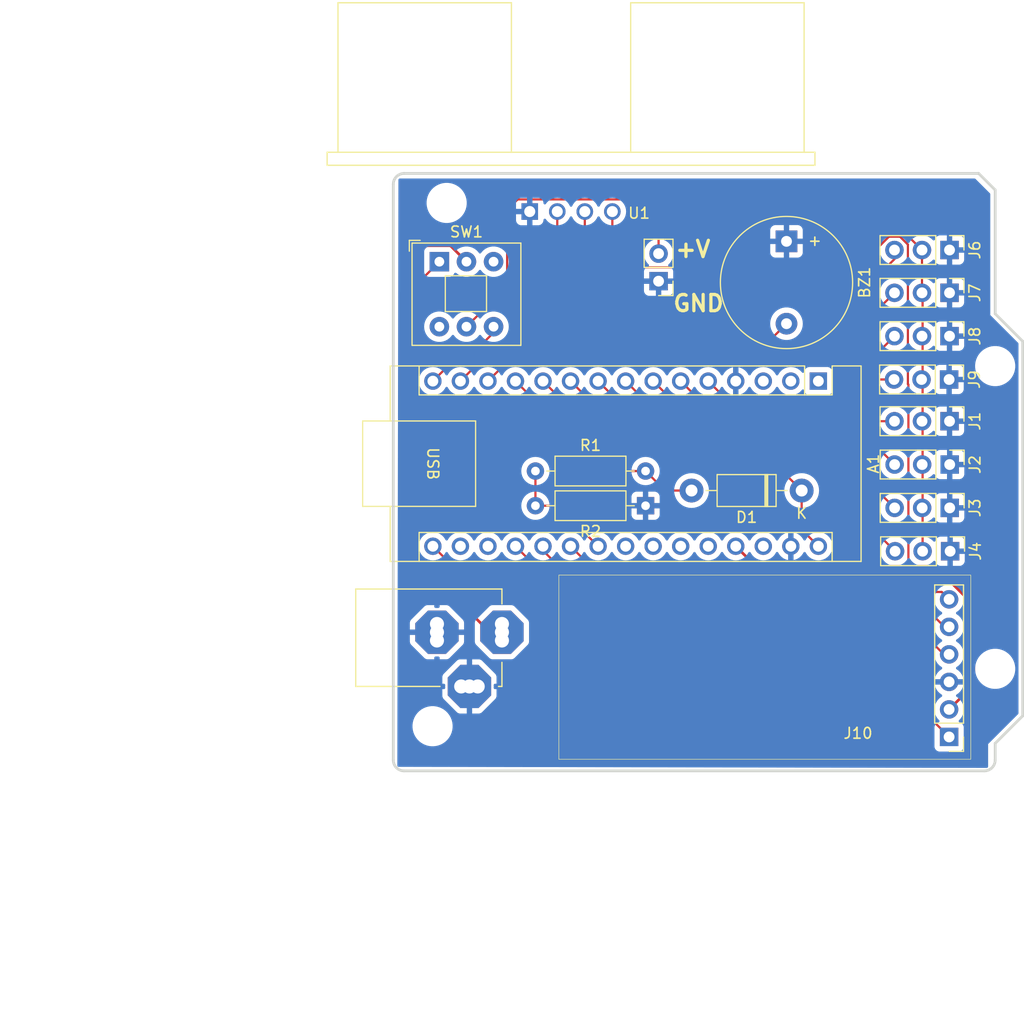
<source format=kicad_pcb>
(kicad_pcb (version 20240108) (generator "pcbnew") (generator_version "8.0")
  (layers (0 "F.Cu" signal) (31 "B.Cu" signal) (34 "B.Paste" user) (35 "F.Paste" user) (36 "B.SilkS" user "B.Silkscreen") (37 "F.SilkS" user "F.Silkscreen") (38 "B.Mask" user) (39 "F.Mask" user) (44 "Edge.Cuts" user))
  (net 0 "")
  (net 1 "Servo 3")
  (net 2 "RX-BT")
  (net 3 "Servo 5")
  (net 5 "+5V")
  (net 7 "TX-BT")
  (net 9 "KEY")
  (net 10 "STATE - BT")
  (net 17 "POWER PIN")
  (net 19 "GND")
  (net 20 "Net-(D1-A)")
  (net 22 "Net-(SW1-B-Pad2)")
  (net 24 "Servo 2")
  (net 25 "TRIG")
  (net 26 "ECHO")
  (net 27 "Servo 7")
  (net 28 "Net-(A1-D10)")
  (net 29 "Servo 8")
  (net 30 "Servo 4")
  (net 31 "Net-(A1-VIN)")
  (net 32 "Servo 6")
  (net 33 "Servo 1")
  (net 34 "+6V")
  (footprint "Connector_PinHeader_2.54mm:PinHeader_1x06_P2.54mm_Vertical" (layer "F.Cu") (at 176 130.34 180)
    (property "Reference" "J10" (at 8.4 0.34 0) (layer "F.SilkS"))
    (property "Value" "Bluetooth module")
    (fp_line (start 1.33 1.27) (end 1.33 14.03) (stroke (width 0.12)) (layer "F.SilkS"))
    (fp_line (start -1.33 14.03) (end 1.33 14.03) (stroke (width 0.12)) (layer "F.SilkS"))
    (fp_line (start -1.33 1.27) (end 1.33 1.27) (stroke (width 0.12)) (layer "F.SilkS"))
    (fp_line (start -1.33 1.27) (end -1.33 14.03) (stroke (width 0.12)) (layer "F.SilkS"))
    (fp_line (start -1.33 0) (end -1.33 -1.33) (stroke (width 0.12)) (layer "F.SilkS"))
    (fp_line (start -1.33 -1.33) (end 0 -1.33) (stroke (width 0.12)) (layer "F.SilkS"))
    (pad "1" thru_hole rect (at 0 0 180) (size 1.7 1.7) (drill 1) (layers "*.Cu" "*.Mask") (net 9 "KEY"))
    (pad "2" thru_hole oval (at 0 2.54 180) (size 1.7 1.7) (drill 1) (layers "*.Cu" "*.Mask") (net 5 "+5V"))
    (pad "3" thru_hole oval (at 0 5.08 180) (size 1.7 1.7) (drill 1) (layers "*.Cu" "*.Mask") (net 19 "GND"))
    (pad "4" thru_hole oval (at 0 7.62 180) (size 1.7 1.7) (drill 1) (layers "*.Cu" "*.Mask") (net 7 "TX-BT"))
    (pad "5" thru_hole oval (at 0 10.16 180) (size 1.7 1.7) (drill 1) (layers "*.Cu" "*.Mask") (net 2 "RX-BT"))
    (pad "6" thru_hole oval (at 0 12.7 180) (size 1.7 1.7) (drill 1) (layers "*.Cu" "*.Mask") (net 10 "STATE - BT"))
  )
  (footprint "Connector_PinHeader_2.54mm:PinHeader_1x03_P2.54mm_Vertical" (layer "F.Cu") (at 176.04 85.4 -90)
    (property "Reference" "J6" (at 0 -2.33 90) (layer "F.SilkS"))
    (property "Value" "Servo 8")
    (fp_line (start -1.33 6.41) (end 1.33 6.41) (stroke (width 0.12)) (layer "F.SilkS"))
    (fp_line (start -1.33 1.27) (end -1.33 6.41) (stroke (width 0.12)) (layer "F.SilkS"))
    (fp_line (start -1.33 1.27) (end 1.33 1.27) (stroke (width 0.12)) (layer "F.SilkS"))
    (fp_line (start 1.33 1.27) (end 1.33 6.41) (stroke (width 0.12)) (layer "F.SilkS"))
    (fp_line (start -1.33 0) (end -1.33 -1.33) (stroke (width 0.12)) (layer "F.SilkS"))
    (fp_line (start -1.33 -1.33) (end 0 -1.33) (stroke (width 0.12)) (layer "F.SilkS"))
    (pad "1" thru_hole rect (at 0 0 270) (size 1.7 1.7) (drill 1) (layers "*.Cu" "*.Mask") (net 19 "GND"))
    (pad "2" thru_hole oval (at 0 2.54 270) (size 1.7 1.7) (drill 1) (layers "*.Cu" "*.Mask") (net 34 "+6V"))
    (pad "3" thru_hole oval (at 0 5.08 270) (size 1.7 1.7) (drill 1) (layers "*.Cu" "*.Mask") (net 29 "Servo 8"))
  )
  (footprint "" (layer "F.Cu") (at 180.2511 124.0536)
    (property "Reference" "@HOLE1" (hide yes))
    (property "Value" "")
    (pad "" np_thru_hole circle (at 0 0) (size 3.2 3.2) (drill 3.2) (layers "*.Cu" "*.Mask"))
  )
  (footprint "Button_Switch_THT:SW_Push_2P2T_Toggle_CK_PVA2OAH5xxxxxxV2" (layer "F.Cu") (at 128.9775 86.4775)
    (property "Reference" "SW1" (at 2.5 -2.75 0) (layer "F.SilkS"))
    (property "Value" "SW_Push_DPDT" (hide yes))
    (fp_line (start -2.77 -0.97) (end -2.77 -1.97) (stroke (width 0.12)) (layer "F.SilkS"))
    (fp_line (start -2.52 7.72) (end -2.52 -1.72) (stroke (width 0.12)) (layer "F.SilkS"))
    (fp_line (start -1.77 -1.97) (end -2.77 -1.97) (stroke (width 0.12)) (layer "F.SilkS"))
    (fp_line (start 0.55 1.3) (end 0.55 4.6) (stroke (width 0.12)) (layer "F.SilkS"))
    (fp_line (start 4.35 1.3) (end 0.55 1.3) (stroke (width 0.12)) (layer "F.SilkS"))
    (fp_line (start 4.35 1.3) (end 4.35 4.6) (stroke (width 0.12)) (layer "F.SilkS"))
    (fp_line (start 4.35 4.6) (end 0.55 4.6) (stroke (width 0.12)) (layer "F.SilkS"))
    (fp_line (start 7.52 -1.72) (end -2.52 -1.72) (stroke (width 0.12)) (layer "F.SilkS"))
    (fp_line (start 7.52 7.72) (end -2.52 7.72) (stroke (width 0.12)) (layer "F.SilkS"))
    (fp_line (start 7.52 7.72) (end 7.52 -1.72) (stroke (width 0.12)) (layer "F.SilkS"))
    (pad "1" thru_hole rect (at 0 0) (size 1.8 1.8) (drill 0.9) (layers "*.Cu" "*.Mask") (net 20 "Net-(D1-A)"))
    (pad "2" thru_hole circle (at 2.5 0) (size 1.8 1.8) (drill 0.9) (layers "*.Cu" "*.Mask") (net 22 "Net-(SW1-B-Pad2)"))
    (pad "3" thru_hole circle (at 5 0) (size 1.8 1.8) (drill 0.9) (layers "*.Cu" "*.Mask"))
    (pad "4" thru_hole circle (at 0 6) (size 1.8 1.8) (drill 0.9) (layers "*.Cu" "*.Mask"))
    (pad "5" thru_hole circle (at 2.5 6) (size 1.8 1.8) (drill 0.9) (layers "*.Cu" "*.Mask") (net 34 "+6V"))
    (pad "6" thru_hole circle (at 5 6) (size 1.8 1.8) (drill 0.9) (layers "*.Cu" "*.Mask") (net 31 "Net-(A1-VIN)"))
  )
  (footprint "Connector_PinHeader_2.54mm:PinHeader_1x03_P2.54mm_Vertical" (layer "F.Cu") (at 176 97.35 -90)
    (property "Reference" "J9" (at 0 -2.33 90) (layer "F.SilkS"))
    (property "Value" "Servo 5")
    (fp_line (start -1.33 6.41) (end 1.33 6.41) (stroke (width 0.12)) (layer "F.SilkS"))
    (fp_line (start -1.33 1.27) (end -1.33 6.41) (stroke (width 0.12)) (layer "F.SilkS"))
    (fp_line (start -1.33 1.27) (end 1.33 1.27) (stroke (width 0.12)) (layer "F.SilkS"))
    (fp_line (start 1.33 1.27) (end 1.33 6.41) (stroke (width 0.12)) (layer "F.SilkS"))
    (fp_line (start -1.33 0) (end -1.33 -1.33) (stroke (width 0.12)) (layer "F.SilkS"))
    (fp_line (start -1.33 -1.33) (end 0 -1.33) (stroke (width 0.12)) (layer "F.SilkS"))
    (pad "1" thru_hole rect (at 0 0 270) (size 1.7 1.7) (drill 1) (layers "*.Cu" "*.Mask") (net 19 "GND"))
    (pad "2" thru_hole oval (at 0 2.54 270) (size 1.7 1.7) (drill 1) (layers "*.Cu" "*.Mask") (net 34 "+6V"))
    (pad "3" thru_hole oval (at 0 5.08 270) (size 1.7 1.7) (drill 1) (layers "*.Cu" "*.Mask") (net 3 "Servo 5"))
  )
  (footprint "" (layer "F.Cu") (at 129.651 81.054)
    (property "Reference" "@HOLE2" (hide yes))
    (property "Value" "")
    (pad "" np_thru_hole circle (at 0 0) (size 3.2 3.2) (drill 3.2) (layers "*.Cu" "*.Mask"))
  )
  (footprint "Buzzer_Beeper:Buzzer_12x9.5RM7.6" (layer "F.Cu") (at 161 84.6 -90)
    (property "Reference" "BZ1" (at 3.8 -7.2 90) (layer "F.SilkS"))
    (property "Value" "Buzzer")
    (fp_circle (center 3.8 0) (end 9.9 0) (stroke (width 0.12)) (fill none) (layer "F.SilkS"))
    (fp_text user "+" (at -0.01 -2.54 90) (layer "F.SilkS"))
    (pad "1" thru_hole rect (at 0 0 270) (size 2 2) (drill 1) (layers "*.Cu" "*.Mask") (net 19 "GND"))
    (pad "2" thru_hole circle (at 7.6 0 270) (size 2 2) (drill 1) (layers "*.Cu" "*.Mask") (net 28 "Net-(A1-D10)"))
  )
  (footprint "Connector_PinHeader_2.54mm:PinHeader_1x03_P2.54mm_Vertical" (layer "F.Cu") (at 176.04 89.35 -90)
    (property "Reference" "J7" (at 0 -2.33 90) (layer "F.SilkS"))
    (property "Value" "Servo 7")
    (fp_line (start -1.33 6.41) (end 1.33 6.41) (stroke (width 0.12)) (layer "F.SilkS"))
    (fp_line (start -1.33 1.27) (end -1.33 6.41) (stroke (width 0.12)) (layer "F.SilkS"))
    (fp_line (start -1.33 1.27) (end 1.33 1.27) (stroke (width 0.12)) (layer "F.SilkS"))
    (fp_line (start 1.33 1.27) (end 1.33 6.41) (stroke (width 0.12)) (layer "F.SilkS"))
    (fp_line (start -1.33 0) (end -1.33 -1.33) (stroke (width 0.12)) (layer "F.SilkS"))
    (fp_line (start -1.33 -1.33) (end 0 -1.33) (stroke (width 0.12)) (layer "F.SilkS"))
    (pad "1" thru_hole rect (at 0 0 270) (size 1.7 1.7) (drill 1) (layers "*.Cu" "*.Mask") (net 19 "GND"))
    (pad "2" thru_hole oval (at 0 2.54 270) (size 1.7 1.7) (drill 1) (layers "*.Cu" "*.Mask") (net 34 "+6V"))
    (pad "3" thru_hole oval (at 0 5.08 270) (size 1.7 1.7) (drill 1) (layers "*.Cu" "*.Mask") (net 27 "Servo 7"))
  )
  (footprint "Connector_PinHeader_2.54mm:PinHeader_1x02_P2.54mm_Vertical" (layer "F.Cu") (at 149.2 88.275 180)
    (property "Reference" "J5" (hide yes))
    (property "Value" "Battery pins" (hide yes))
    (fp_line (start 1.33 1.27) (end 1.33 3.87) (stroke (width 0.12)) (layer "F.SilkS"))
    (fp_line (start -1.33 3.87) (end 1.33 3.87) (stroke (width 0.12)) (layer "F.SilkS"))
    (fp_line (start -1.33 1.27) (end 1.33 1.27) (stroke (width 0.12)) (layer "F.SilkS"))
    (fp_line (start -1.33 1.27) (end -1.33 3.87) (stroke (width 0.12)) (layer "F.SilkS"))
    (fp_line (start -1.33 0) (end -1.33 -1.33) (stroke (width 0.12)) (layer "F.SilkS"))
    (fp_line (start -1.33 -1.33) (end 0 -1.33) (stroke (width 0.12)) (layer "F.SilkS"))
    (pad "1" thru_hole rect (at 0 0 180) (size 1.7 1.7) (drill 1) (layers "*.Cu" "*.Mask") (net 19 "GND"))
    (pad "2" thru_hole oval (at 0 2.54 180) (size 1.7 1.7) (drill 1) (layers "*.Cu" "*.Mask") (net 34 "+6V"))
  )
  (footprint "" (layer "F.Cu") (at 128.35 129.35)
    (property "Reference" "@HOLE3" (hide yes))
    (property "Value" "")
    (pad "" np_thru_hole circle (at 0 0) (size 3.2 3.2) (drill 3.2) (layers "*.Cu" "*.Mask"))
  )
  (footprint "Connector_PinHeader_2.54mm:PinHeader_1x03_P2.54mm_Vertical" (layer "F.Cu") (at 176.055 105.2 -90)
    (property "Reference" "J2" (at 0 -2.33 90) (layer "F.SilkS"))
    (property "Value" "Servo 2")
    (fp_line (start -1.33 6.41) (end 1.33 6.41) (stroke (width 0.12)) (layer "F.SilkS"))
    (fp_line (start -1.33 1.27) (end -1.33 6.41) (stroke (width 0.12)) (layer "F.SilkS"))
    (fp_line (start -1.33 1.27) (end 1.33 1.27) (stroke (width 0.12)) (layer "F.SilkS"))
    (fp_line (start 1.33 1.27) (end 1.33 6.41) (stroke (width 0.12)) (layer "F.SilkS"))
    (fp_line (start -1.33 0) (end -1.33 -1.33) (stroke (width 0.12)) (layer "F.SilkS"))
    (fp_line (start -1.33 -1.33) (end 0 -1.33) (stroke (width 0.12)) (layer "F.SilkS"))
    (pad "1" thru_hole rect (at 0 0 270) (size 1.7 1.7) (drill 1) (layers "*.Cu" "*.Mask") (net 19 "GND"))
    (pad "2" thru_hole oval (at 0 2.54 270) (size 1.7 1.7) (drill 1) (layers "*.Cu" "*.Mask") (net 34 "+6V"))
    (pad "3" thru_hole oval (at 0 5.08 270) (size 1.7 1.7) (drill 1) (layers "*.Cu" "*.Mask") (net 24 "Servo 2"))
  )
  (footprint "HC-SR04:XCVR_HC-SR04" (layer "F.Cu") (at 141.125 81.85 180)
    (property "Reference" "U1" (at -6.275 -0.15 0) (layer "F.SilkS") (effects (font (size 1.00052 1.00052))))
    (property "Value" "HC-SR04")
    (fp_line (start 22.5 5.47) (end 21.5 5.47) (stroke (width 0.127)) (layer "F.SilkS"))
    (fp_line (start 22.5 4.27) (end 22.5 5.47) (stroke (width 0.127)) (layer "F.SilkS"))
    (fp_line (start 21.5 5.47) (end 21.5 19.27) (stroke (width 0.127)) (layer "F.SilkS"))
    (fp_line (start 21.5 5.47) (end 5.5 5.47) (stroke (width 0.127)) (layer "F.SilkS"))
    (fp_line (start 5.5 19.27) (end 21.5 19.27) (stroke (width 0.127)) (layer "F.SilkS"))
    (fp_line (start 5.5 5.47) (end 5.5 19.27) (stroke (width 0.127)) (layer "F.SilkS"))
    (fp_line (start 5.5 5.47) (end -5.5 5.47) (stroke (width 0.127)) (layer "F.SilkS"))
    (fp_line (start -5.5 5.47) (end -5.5 19.27) (stroke (width 0.127)) (layer "F.SilkS"))
    (fp_line (start -5.5 5.47) (end -21.5 5.47) (stroke (width 0.127)) (layer "F.SilkS"))
    (fp_line (start -21.5 19.27) (end -5.5 19.27) (stroke (width 0.127)) (layer "F.SilkS"))
    (fp_line (start -21.5 5.47) (end -21.5 19.27) (stroke (width 0.127)) (layer "F.SilkS"))
    (fp_line (start -21.5 5.47) (end -22.5 5.47) (stroke (width 0.127)) (layer "F.SilkS"))
    (fp_line (start -22.5 5.47) (end -22.5 4.27) (stroke (width 0.127)) (layer "F.SilkS"))
    (fp_line (start -22.5 4.27) (end 22.5 4.27) (stroke (width 0.127)) (layer "F.SilkS"))
    (pad "1" thru_hole circle (at -3.81 0 180) (size 1.53 1.53) (drill 1.02) (layers "*.Cu" "*.Mask") (net 5 "+5V"))
    (pad "2" thru_hole circle (at -1.27 0 180) (size 1.53 1.53) (drill 1.02) (layers "*.Cu" "*.Mask") (net 25 "TRIG"))
    (pad "3" thru_hole circle (at 1.27 0 180) (size 1.53 1.53) (drill 1.02) (layers "*.Cu" "*.Mask") (net 26 "ECHO"))
    (pad "4" thru_hole rect (at 3.81 0 180) (size 1.53 1.53) (drill 1.02) (layers "*.Cu" "*.Mask") (net 19 "GND"))
  )
  (footprint "arduino_Uno_Rev3-02-TH:DISCLAIMER" (layer "F.Cu") (at 94.0181 155.0416)
    (property "Reference" "U$1" (hide yes))
    (property "Value" "DISCLAIMER" (hide yes))
  )
  (footprint "" (layer "F.Cu") (at 180.2511 96.1136)
    (property "Reference" "@HOLE0" (hide yes))
    (property "Value" "")
    (pad "" np_thru_hole circle (at 0 0) (size 3.2 3.2) (drill 3.2) (layers "*.Cu" "*.Mask"))
  )
  (footprint "Connector_PinHeader_2.54mm:PinHeader_1x03_P2.54mm_Vertical" (layer "F.Cu") (at 176.095 113.2 -90)
    (property "Reference" "J4" (at 0 -2.33 90) (layer "F.SilkS"))
    (property "Value" "Servo 4")
    (fp_line (start -1.33 6.41) (end 1.33 6.41) (stroke (width 0.12)) (layer "F.SilkS"))
    (fp_line (start -1.33 1.27) (end -1.33 6.41) (stroke (width 0.12)) (layer "F.SilkS"))
    (fp_line (start -1.33 1.27) (end 1.33 1.27) (stroke (width 0.12)) (layer "F.SilkS"))
    (fp_line (start 1.33 1.27) (end 1.33 6.41) (stroke (width 0.12)) (layer "F.SilkS"))
    (fp_line (start -1.33 0) (end -1.33 -1.33) (stroke (width 0.12)) (layer "F.SilkS"))
    (fp_line (start -1.33 -1.33) (end 0 -1.33) (stroke (width 0.12)) (layer "F.SilkS"))
    (pad "1" thru_hole rect (at 0 0 270) (size 1.7 1.7) (drill 1) (layers "*.Cu" "*.Mask") (net 19 "GND"))
    (pad "2" thru_hole oval (at 0 2.54 270) (size 1.7 1.7) (drill 1) (layers "*.Cu" "*.Mask") (net 34 "+6V"))
    (pad "3" thru_hole oval (at 0 5.08 270) (size 1.7 1.7) (drill 1) (layers "*.Cu" "*.Mask") (net 30 "Servo 4"))
  )
  (footprint "arduino_Uno_Rev3-02-TH:POWERSUPPLY_DC-21MM" (layer "F.Cu") (at 128.4 120.6 90)
    (property "Reference" "X1" (hide yes))
    (property "Value" "POWERSUPPLY_DC21MMX")
    (fp_line (start 3.9116 -7.1374) (end -5.08 -7.1374) (stroke (width 0.127)) (layer "F.SilkS"))
    (fp_line (start -5.08 -7.1374) (end -5.08 0.635) (stroke (width 0.127)) (layer "F.SilkS"))
    (fp_line (start 3.9116 -3.6576) (end 3.9116 -7.1374) (stroke (width 0.127)) (layer "F.SilkS"))
    (fp_line (start -5.0546 -3.6576) (end 3.9116 -3.6576) (stroke (width 0.127)) (layer "F.SilkS"))
    (fp_line (start 3.9116 6.35) (end 3.9116 -3.6576) (stroke (width 0.127)) (layer "F.SilkS"))
    (fp_line (start 2.54 6.35) (end 3.9116 6.35) (stroke (width 0.127)) (layer "F.SilkS"))
    (fp_line (start -2.8575 6.35) (end -5.08 6.35) (stroke (width 0.127)) (layer "F.SilkS"))
    (fp_line (start -5.08 6.35) (end -5.08 6.0325) (stroke (width 0.127)) (layer "F.SilkS"))
    (pad "1" thru_hole roundrect (at -5.08 3.3528 180) (size 4 4) (drill 1.3) (layers "*.Cu" "*.Mask") (chamfer_ratio 0.2928932188) (chamfer top_left top_right bottom_left bottom_right) (net 19 "GND"))
    (pad "2" thru_hole roundrect (at -0.0762 6.35 90) (size 4 4) (drill 1.3) (layers "*.Cu" "*.Mask") (chamfer_ratio 0.2928932188) (chamfer top_left top_right bottom_left bottom_right) (net 22 "Net-(SW1-B-Pad2)"))
    (pad "3" thru_hole roundrect (at -0.0762 0.3556 90) (size 4 4) (drill 1.3) (layers "*.Cu" "*.Mask") (chamfer_ratio 0.2928932188) (chamfer top_left top_right bottom_left bottom_right) (net 19 "GND"))
    (pad "4" thru_hole circle (at -5.08 4.1148 90) (size 1.95 1.95) (drill 1.3) (layers "*.Cu" "*.Mask"))
    (pad "5" thru_hole circle (at -5.08 2.5908 90) (size 1.95 1.95) (drill 1.3) (layers "*.Cu" "*.Mask"))
    (pad "6" thru_hole circle (at -0.8382 0.3556 90) (size 1.95 1.95) (drill 1.3) (layers "*.Cu" "*.Mask"))
    (pad "7" thru_hole circle (at 0.6858 0.3556 90) (size 1.95 1.95) (drill 1.3) (layers "*.Cu" "*.Mask"))
    (pad "8" thru_hole circle (at -0.8382 6.35 90) (size 1.95 1.95) (drill 1.3) (layers "*.Cu" "*.Mask"))
    (pad "9" thru_hole circle (at 0.6858 6.35 90) (size 1.95 1.95) (drill 1.3) (layers "*.Cu" "*.Mask"))
  )
  (footprint "Connector_PinHeader_2.54mm:PinHeader_1x03_P2.54mm_Vertical" (layer "F.Cu") (at 176.04 93.35 -90)
    (property "Reference" "J8" (at 0 -2.33 90) (layer "F.SilkS"))
    (property "Value" "Servo 6")
    (fp_line (start -1.33 6.41) (end 1.33 6.41) (stroke (width 0.12)) (layer "F.SilkS"))
    (fp_line (start -1.33 1.27) (end -1.33 6.41) (stroke (width 0.12)) (layer "F.SilkS"))
    (fp_line (start -1.33 1.27) (end 1.33 1.27) (stroke (width 0.12)) (layer "F.SilkS"))
    (fp_line (start 1.33 1.27) (end 1.33 6.41) (stroke (width 0.12)) (layer "F.SilkS"))
    (fp_line (start -1.33 0) (end -1.33 -1.33) (stroke (width 0.12)) (layer "F.SilkS"))
    (fp_line (start -1.33 -1.33) (end 0 -1.33) (stroke (width 0.12)) (layer "F.SilkS"))
    (pad "1" thru_hole rect (at 0 0 270) (size 1.7 1.7) (drill 1) (layers "*.Cu" "*.Mask") (net 19 "GND"))
    (pad "2" thru_hole oval (at 0 2.54 270) (size 1.7 1.7) (drill 1) (layers "*.Cu" "*.Mask") (net 34 "+6V"))
    (pad "3" thru_hole oval (at 0 5.08 270) (size 1.7 1.7) (drill 1) (layers "*.Cu" "*.Mask") (net 32 "Servo 6"))
  )
  (footprint "Diode_THT:D_DO-41_SOD81_P10.16mm_Horizontal" (layer "F.Cu") (at 162.4 107.6 180)
    (property "Reference" "D1" (at 5.08 -2.47 0) (layer "F.SilkS"))
    (property "Value" "1N4007")
    (fp_line (start 8.82 0) (end 7.8 0) (stroke (width 0.12)) (layer "F.SilkS"))
    (fp_line (start 7.8 1.47) (end 7.8 -1.47) (stroke (width 0.12)) (layer "F.SilkS"))
    (fp_line (start 7.8 -1.47) (end 2.36 -1.47) (stroke (width 0.12)) (layer "F.SilkS"))
    (fp_line (start 3.38 -1.47) (end 3.38 1.47) (stroke (width 0.12)) (layer "F.SilkS"))
    (fp_line (start 3.26 -1.47) (end 3.26 1.47) (stroke (width 0.12)) (layer "F.SilkS"))
    (fp_line (start 3.14 -1.47) (end 3.14 1.47) (stroke (width 0.12)) (layer "F.SilkS"))
    (fp_line (start 2.36 1.47) (end 7.8 1.47) (stroke (width 0.12)) (layer "F.SilkS"))
    (fp_line (start 2.36 -1.47) (end 2.36 1.47) (stroke (width 0.12)) (layer "F.SilkS"))
    (fp_line (start 1.34 0) (end 2.36 0) (stroke (width 0.12)) (layer "F.SilkS"))
    (fp_text user "K" (at 0 -2.1 0) (layer "F.SilkS"))
    (pad "1" thru_hole circle (at 0 0 180) (size 2.2 2.2) (drill 1.1) (layers "*.Cu" "*.Mask") (net 31 "Net-(A1-VIN)"))
    (pad "2" thru_hole oval (at 10.16 0 180) (size 2.2 2.2) (drill 1.1) (layers "*.Cu" "*.Mask") (net 20 "Net-(D1-A)"))
  )
  (footprint "Resistor_THT:R_Axial_DIN0207_L6.3mm_D2.5mm_P10.16mm_Horizontal" (layer "F.Cu") (at 137.84 105.8)
    (property "Reference" "R1" (at 5.08 -2.37 0) (layer "F.SilkS"))
    (property "Value" "15K")
    (fp_line (start 1.04 0) (end 1.81 0) (stroke (width 0.12)) (layer "F.SilkS"))
    (fp_line (start 1.81 -1.37) (end 1.81 1.37) (stroke (width 0.12)) (layer "F.SilkS"))
    (fp_line (start 1.81 1.37) (end 8.35 1.37) (stroke (width 0.12)) (layer "F.SilkS"))
    (fp_line (start 8.35 -1.37) (end 1.81 -1.37) (stroke (width 0.12)) (layer "F.SilkS"))
    (fp_line (start 8.35 1.37) (end 8.35 -1.37) (stroke (width 0.12)) (layer "F.SilkS"))
    (fp_line (start 9.12 0) (end 8.35 0) (stroke (width 0.12)) (layer "F.SilkS"))
    (pad "1" thru_hole circle (at 0 0) (size 1.6 1.6) (drill 0.8) (layers "*.Cu" "*.Mask") (net 17 "POWER PIN"))
    (pad "2" thru_hole oval (at 10.16 0) (size 1.6 1.6) (drill 0.8) (layers "*.Cu" "*.Mask") (net 20 "Net-(D1-A)"))
  )
  (footprint "Resistor_THT:R_Axial_DIN0207_L6.3mm_D2.5mm_P10.16mm_Horizontal" (layer "F.Cu") (at 148 109 180)
    (property "Reference" "R2" (at 5.08 -2.37 0) (layer "F.SilkS"))
    (property "Value" "10k")
    (fp_line (start 9.12 0) (end 8.35 0) (stroke (width 0.12)) (layer "F.SilkS"))
    (fp_line (start 8.35 1.37) (end 8.35 -1.37) (stroke (width 0.12)) (layer "F.SilkS"))
    (fp_line (start 8.35 -1.37) (end 1.81 -1.37) (stroke (width 0.12)) (layer "F.SilkS"))
    (fp_line (start 1.81 1.37) (end 8.35 1.37) (stroke (width 0.12)) (layer "F.SilkS"))
    (fp_line (start 1.81 -1.37) (end 1.81 1.37) (stroke (width 0.12)) (layer "F.SilkS"))
    (fp_line (start 1.04 0) (end 1.81 0) (stroke (width 0.12)) (layer "F.SilkS"))
    (pad "1" thru_hole rect (at 0 0 180) (size 1.6 1.6) (drill 0.8) (layers "*.Cu" "*.Mask") (net 19 "GND"))
    (pad "2" thru_hole oval (at 10.16 0 180) (size 1.6 1.6) (drill 0.8) (layers "*.Cu" "*.Mask") (net 17 "POWER PIN"))
  )
  (footprint "Connector_PinHeader_2.54mm:PinHeader_1x03_P2.54mm_Vertical" (layer "F.Cu") (at 176.04 101.2 -90)
    (property "Reference" "J1" (at 0 -2.33 90) (layer "F.SilkS"))
    (property "Value" "Servo 1")
    (fp_line (start -1.33 6.41) (end 1.33 6.41) (stroke (width 0.12)) (layer "F.SilkS"))
    (fp_line (start -1.33 1.27) (end -1.33 6.41) (stroke (width 0.12)) (layer "F.SilkS"))
    (fp_line (start -1.33 1.27) (end 1.33 1.27) (stroke (width 0.12)) (layer "F.SilkS"))
    (fp_line (start 1.33 1.27) (end 1.33 6.41) (stroke (width 0.12)) (layer "F.SilkS"))
    (fp_line (start -1.33 0) (end -1.33 -1.33) (stroke (width 0.12)) (layer "F.SilkS"))
    (fp_line (start -1.33 -1.33) (end 0 -1.33) (stroke (width 0.12)) (layer "F.SilkS"))
    (pad "1" thru_hole rect (at 0 0 270) (size 1.7 1.7) (drill 1) (layers "*.Cu" "*.Mask") (net 19 "GND"))
    (pad "2" thru_hole oval (at 0 2.54 270) (size 1.7 1.7) (drill 1) (layers "*.Cu" "*.Mask") (net 34 "+6V"))
    (pad "3" thru_hole oval (at 0 5.08 270) (size 1.7 1.7) (drill 1) (layers "*.Cu" "*.Mask") (net 33 "Servo 1"))
  )
  (footprint "Module:Arduino_Nano" (layer "F.Cu") (at 163.94 97.5 -90)
    (property "Reference" "A1" (at 7.62 -5.08 90) (layer "F.SilkS"))
    (property "Value" "Arduino_Nano_v3.x")
    (fp_line (start 3.68 42.04) (end 3.68 31.62) (stroke (width 0.12)) (layer "F.SilkS"))
    (fp_line (start 11.56 42.04) (end 3.68 42.04) (stroke (width 0.12)) (layer "F.SilkS"))
    (fp_line (start -1.4 39.5) (end 3.68 39.5) (stroke (width 0.12)) (layer "F.SilkS"))
    (fp_line (start 16.64 39.5) (end 11.56 39.5) (stroke (width 0.12)) (layer "F.SilkS"))
    (fp_line (start 16.64 39.5) (end 16.64 -3.94) (stroke (width 0.12)) (layer "F.SilkS"))
    (fp_line (start 1.27 36.83) (end -1.4 36.83) (stroke (width 0.12)) (layer "F.SilkS"))
    (fp_line (start 13.97 36.83) (end 16.64 36.83) (stroke (width 0.12)) (layer "F.SilkS"))
    (fp_line (start 3.68 31.62) (end 11.56 31.62) (stroke (width 0.12)) (layer "F.SilkS"))
    (fp_line (start 11.56 31.62) (end 11.56 42.04) (stroke (width 0.12)) (layer "F.SilkS"))
    (fp_line (start -1.4 1.27) (end -1.4 39.5) (stroke (width 0.12)) (layer "F.SilkS"))
    (fp_line (start 1.27 1.27) (end 1.27 36.83) (stroke (width 0.12)) (layer "F.SilkS"))
    (fp_line (start 1.27 1.27) (end -1.4 1.27) (stroke (width 0.12)) (layer "F.SilkS"))
    (fp_line (start 1.27 1.27) (end 1.27 -1.27) (stroke (width 0.12)) (layer "F.SilkS"))
    (fp_line (start 1.27 -1.27) (end -1.4 -1.27) (stroke (width 0.12)) (layer "F.SilkS"))
    (fp_line (start 13.97 -1.27) (end 13.97 36.83) (stroke (width 0.12)) (layer "F.SilkS"))
    (fp_line (start 13.97 -1.27) (end 16.64 -1.27) (stroke (width 0.12)) (layer "F.SilkS"))
    (fp_line (start -1.4 -3.94) (end -1.4 -1.27) (stroke (width 0.12)) (layer "F.SilkS"))
    (fp_line (start 16.64 -3.94) (end -1.4 -3.94) (stroke (width 0.12)) (layer "F.SilkS"))
    (fp_text user "USB" (at 7.62 35.56 -90) (layer "F.SilkS"))
    (pad "1" thru_hole rect (at 0 0 270) (size 1.6 1.6) (drill 1) (layers "*.Cu" "*.Mask"))
    (pad "2" thru_hole oval (at 0 2.54 270) (size 1.6 1.6) (drill 1) (layers "*.Cu" "*.Mask"))
    (pad "3" thru_hole oval (at 0 5.08 270) (size 1.6 1.6) (drill 1) (layers "*.Cu" "*.Mask"))
    (pad "4" thru_hole oval (at 0 7.62 270) (size 1.6 1.6) (drill 1) (layers "*.Cu" "*.Mask") (net 19 "GND"))
    (pad "5" thru_hole oval (at 0 10.16 270) (size 1.6 1.6) (drill 1) (layers "*.Cu" "*.Mask") (net 29 "Servo 8"))
    (pad "6" thru_hole oval (at 0 12.7 270) (size 1.6 1.6) (drill 1) (layers "*.Cu" "*.Mask") (net 27 "Servo 7"))
    (pad "7" thru_hole oval (at 0 15.24 270) (size 1.6 1.6) (drill 1) (layers "*.Cu" "*.Mask") (net 32 "Servo 6"))
    (pad "8" thru_hole oval (at 0 17.78 270) (size 1.6 1.6) (drill 1) (layers "*.Cu" "*.Mask") (net 3 "Servo 5"))
    (pad "9" thru_hole oval (at 0 20.32 270) (size 1.6 1.6) (drill 1) (layers "*.Cu" "*.Mask") (net 33 "Servo 1"))
    (pad "10" thru_hole oval (at 0 22.86 270) (size 1.6 1.6) (drill 1) (layers "*.Cu" "*.Mask") (net 24 "Servo 2"))
    (pad "11" thru_hole oval (at 0 25.4 270) (size 1.6 1.6) (drill 1) (layers "*.Cu" "*.Mask") (net 1 "Servo 3"))
    (pad "12" thru_hole oval (at 0 27.94 270) (size 1.6 1.6) (drill 1) (layers "*.Cu" "*.Mask") (net 30 "Servo 4"))
    (pad "13" thru_hole oval (at 0 30.48 270) (size 1.6 1.6) (drill 1) (layers "*.Cu" "*.Mask") (net 28 "Net-(A1-D10)"))
    (pad "14" thru_hole oval (at 0 33.02 270) (size 1.6 1.6) (drill 1) (layers "*.Cu" "*.Mask") (net 25 "TRIG"))
    (pad "15" thru_hole oval (at 0 35.56 270) (size 1.6 1.6) (drill 1) (layers "*.Cu" "*.Mask") (net 26 "ECHO"))
    (pad "16" thru_hole oval (at 15.24 35.56 270) (size 1.6 1.6) (drill 1) (layers "*.Cu" "*.Mask") (net 9 "KEY"))
    (pad "17" thru_hole oval (at 15.24 33.02 270) (size 1.6 1.6) (drill 1) (layers "*.Cu" "*.Mask"))
    (pad "18" thru_hole oval (at 15.24 30.48 270) (size 1.6 1.6) (drill 1) (layers "*.Cu" "*.Mask"))
    (pad "19" thru_hole oval (at 15.24 27.94 270) (size 1.6 1.6) (drill 1) (layers "*.Cu" "*.Mask") (net 7 "TX-BT"))
    (pad "20" thru_hole oval (at 15.24 25.4 270) (size 1.6 1.6) (drill 1) (layers "*.Cu" "*.Mask") (net 2 "RX-BT"))
    (pad "21" thru_hole oval (at 15.24 22.86 270) (size 1.6 1.6) (drill 1) (layers "*.Cu" "*.Mask") (net 10 "STATE - BT"))
    (pad "22" thru_hole oval (at 15.24 20.32 270) (size 1.6 1.6) (drill 1) (layers "*.Cu" "*.Mask") (net 17 "POWER PIN"))
    (pad "23" thru_hole oval (at 15.24 17.78 270) (size 1.6 1.6) (drill 1) (layers "*.Cu" "*.Mask"))
    (pad "24" thru_hole oval (at 15.24 15.24 270) (size 1.6 1.6) (drill 1) (layers "*.Cu" "*.Mask"))
    (pad "25" thru_hole oval (at 15.24 12.7 270) (size 1.6 1.6) (drill 1) (layers "*.Cu" "*.Mask"))
    (pad "26" thru_hole oval (at 15.24 10.16 270) (size 1.6 1.6) (drill 1) (layers "*.Cu" "*.Mask"))
    (pad "27" thru_hole oval (at 15.24 7.62 270) (size 1.6 1.6) (drill 1) (layers "*.Cu" "*.Mask") (net 5 "+5V"))
    (pad "28" thru_hole oval (at 15.24 5.08 270) (size 1.6 1.6) (drill 1) (layers "*.Cu" "*.Mask"))
    (pad "29" thru_hole oval (at 15.24 2.54 270) (size 1.6 1.6) (drill 1) (layers "*.Cu" "*.Mask") (net 19 "GND"))
    (pad "30" thru_hole oval (at 15.24 0 270) (size 1.6 1.6) (drill 1) (layers "*.Cu" "*.Mask") (net 31 "Net-(A1-VIN)"))
  )
  (footprint "Connector_PinHeader_2.54mm:PinHeader_1x03_P2.54mm_Vertical" (layer "F.Cu") (at 176.055 109.2 -90)
    (property "Reference" "J3" (at 0 -2.33 90) (layer "F.SilkS"))
    (property "Value" "Servo 3")
    (fp_line (start -1.33 6.41) (end 1.33 6.41) (stroke (width 0.12)) (layer "F.SilkS"))
    (fp_line (start -1.33 1.27) (end -1.33 6.41) (stroke (width 0.12)) (layer "F.SilkS"))
    (fp_line (start -1.33 1.27) (end 1.33 1.27) (stroke (width 0.12)) (layer "F.SilkS"))
    (fp_line (start 1.33 1.27) (end 1.33 6.41) (stroke (width 0.12)) (layer "F.SilkS"))
    (fp_line (start -1.33 0) (end -1.33 -1.33) (stroke (width 0.12)) (layer "F.SilkS"))
    (fp_line (start -1.33 -1.33) (end 0 -1.33) (stroke (width 0.12)) (layer "F.SilkS"))
    (pad "1" thru_hole rect (at 0 0 270) (size 1.7 1.7) (drill 1) (layers "*.Cu" "*.Mask") (net 19 "GND"))
    (pad "2" thru_hole oval (at 0 2.54 270) (size 1.7 1.7) (drill 1) (layers "*.Cu" "*.Mask") (net 34 "+6V"))
    (pad "3" thru_hole oval (at 0 5.08 270) (size 1.7 1.7) (drill 1) (layers "*.Cu" "*.Mask") (net 1 "Servo 3"))
  )
  (gr_rect (start 140 115.4) (end 178 132.4) (stroke (width 0.05)) (fill none) (layer "F.SilkS"))
  (gr_line (start 180.2511 91.2876) (end 182.7911 93.8276) (stroke (width 0.254)) (layer "Edge.Cuts"))
  (gr_line (start 124.7271 132.4736) (end 124.7271 79.3336) (stroke (width 0.254)) (layer "Edge.Cuts"))
  (gr_arc (start 180.2511 132.4736) (mid 179.958207 133.180707) (end 179.2511 133.4736) (stroke (width 0.254)) (layer "Edge.Cuts"))
  (gr_line (start 125.7271 78.3336) (end 178.7271 78.3336) (stroke (width 0.254)) (layer "Edge.Cuts"))
  (gr_line (start 179.2511 133.4736) (end 125.7271 133.4736) (stroke (width 0.254)) (layer "Edge.Cuts"))
  (gr_line (start 180.2511 130.9336) (end 180.2511 132.4736) (stroke (width 0.254)) (layer "Edge.Cuts"))
  (gr_line (start 178.7271 78.3336) (end 180.2511 79.8576) (stroke (width 0.254)) (layer "Edge.Cuts"))
  (gr_arc (start 125.7271 133.4736) (mid 125.019993 133.180707) (end 124.7271 132.4736) (stroke (width 0.254)) (layer "Edge.Cuts"))
  (gr_line (start 182.7911 128.3936) (end 180.2511 130.9336) (stroke (width 0.254)) (layer "Edge.Cuts"))
  (gr_arc (start 124.7271 79.3336) (mid 125.019993 78.626493) (end 125.7271 78.3336) (stroke (width 0.254)) (layer "Edge.Cuts"))
  (gr_line (start 180.2511 79.8576) (end 180.2511 91.2876) (stroke (width 0.254)) (layer "Edge.Cuts"))
  (gr_line (start 182.7911 93.8276) (end 182.7911 128.3936) (stroke (width 0.254)) (layer "Edge.Cuts"))
  (gr_text "GND" (at 150.4 91.2 0) (layer "F.SilkS") (effects (font (size 1.5 1.5) (thickness 0.3) (bold yes)) (justify left bottom)))
  (gr_text "+V" (at 150.6 86.2 0) (layer "F.SilkS") (effects (font (size 1.5 1.5) (thickness 0.3) (bold yes)) (justify left bottom)))
  (segment (start 168.8 107.025) (end 168.8 105.2) (width 0.2) (layer "F.Cu") (net 1))
  (segment (start 170.975 109.2) (end 168.8 107.025) (width 0.2) (layer "F.Cu") (net 1))
  (segment (start 165.708 102.108) (end 143.148 102.108) (width 0.2) (layer "F.Cu") (net 1))
  (segment (start 143.148 102.108) (end 138.54 97.5) (width 0.2) (layer "F.Cu") (net 1))
  (segment (start 168.8 105.2) (end 165.708 102.108) (width 0.2) (layer "F.Cu") (net 1))
  (segment (start 175.58 120.18) (end 172.8142 117.4142) (width 0.2) (layer "F.Cu") (net 2))
  (segment (start 176 120.18) (end 175.58 120.18) (width 0.2) (layer "F.Cu") (net 2))
  (segment (start 142.8142 117.4142) (end 138.54 113.14) (width 0.2) (layer "F.Cu") (net 2))
  (segment (start 138.6 112.8) (end 138.54 112.74) (width 0.2) (layer "F.Cu") (net 2))
  (segment (start 172.8142 117.4142) (end 142.8142 117.4142) (width 0.2) (layer "F.Cu") (net 2))
  (segment (start 138.54 113.14) (end 138.54 112.74) (width 0.2) (layer "F.Cu") (net 2))
  (segment (start 149.406 100.746) (end 146.16 97.5) (width 0.2) (layer "F.Cu") (net 3))
  (segment (start 165.846106 100.480053) (end 165.580159 100.746) (width 0.2) (layer "F.Cu") (net 3))
  (segment (start 165.580159 100.746) (end 149.406 100.746) (width 0.2) (layer "F.Cu") (net 3))
  (segment (start 168.976158 97.35) (end 165.846106 100.480053) (width 0.2) (layer "F.Cu") (net 3))
  (segment (start 170.92 97.35) (end 168.976158 97.35) (width 0.2) (layer "F.Cu") (net 3))
  (segment (start 174.700897 114.6) (end 172.2 114.6) (width 0.254) (layer "F.Cu") (net 5))
  (segment (start 178.2741 125.5259) (end 178.2741 118.173203) (width 0.254) (layer "F.Cu") (net 5))
  (segment (start 172.246 97.818714) (end 172.246 114.554) (width 0.2) (layer "F.Cu") (net 5))
  (segment (start 172.2 97.772714) (end 172.246 97.818714) (width 0.2) (layer "F.Cu") (net 5))
  (segment (start 172.246 114.554) (end 172.2 114.6) (width 0.254) (layer "F.Cu") (net 5))
  (segment (start 145.463 87) (end 167.619103 87) (width 0.2) (layer "F.Cu") (net 5))
  (segment (start 144.935 81.85) (end 144.935 86.472) (width 0.2) (layer "F.Cu") (net 5))
  (segment (start 171.469897 84.169) (end 172.206 84.905103) (width 0.2) (layer "F.Cu") (net 5))
  (segment (start 172.2 84.911103) (end 172.2 97.772714) (width 0.2) (layer "F.Cu") (net 5))
  (segment (start 167.619103 87) (end 170.450103 84.169) (width 0.2) (layer "F.Cu") (net 5))
  (segment (start 178.2741 118.173203) (end 174.700897 114.6) (width 0.254) (layer "F.Cu") (net 5))
  (segment (start 172.206 84.905103) (end 172.2 84.911103) (width 0.2) (layer "F.Cu") (net 5))
  (segment (start 172.2 114.6) (end 158.18 114.6) (width 0.254) (layer "F.Cu") (net 5))
  (segment (start 176 127.8) (end 178.2741 125.5259) (width 0.254) (layer "F.Cu") (net 5))
  (segment (start 158.18 114.6) (end 156.32 112.74) (width 0.254) (layer "F.Cu") (net 5))
  (segment (start 144.935 86.472) (end 145.463 87) (width 0.2) (layer "F.Cu") (net 5))
  (segment (start 170.450103 84.169) (end 171.469897 84.169) (width 0.2) (layer "F.Cu") (net 5))
  (segment (start 175.52 122.72) (end 170.6682 117.8682) (width 0.2) (layer "F.Cu") (net 7))
  (segment (start 141.1282 117.8682) (end 136 112.74) (width 0.2) (layer "F.Cu") (net 7))
  (segment (start 170.6682 117.8682) (end 141.1282 117.8682) (width 0.2) (layer "F.Cu") (net 7))
  (segment (start 176 122.72) (end 175.52 122.72) (width 0.2) (layer "F.Cu") (net 7))
  (segment (start 163.9822 118.3222) (end 140.940147 118.3222) (width 0.2) (layer "F.Cu") (net 9))
  (segment (start 131.24 115.6) (end 128.38 112.74) (width 0.2) (layer "F.Cu") (net 9))
  (segment (start 176 130.34) (end 163.9822 118.3222) (width 0.2) (layer "F.Cu") (net 9))
  (segment (start 138.217947 115.6) (end 131.24 115.6) (width 0.2) (layer "F.Cu") (net 9))
  (segment (start 140.940147 118.3222) (end 138.217947 115.6) (width 0.2) (layer "F.Cu") (net 9))
  (segment (start 175.320199 116.960199) (end 145.300199 116.960199) (width 0.2) (layer "F.Cu") (net 10))
  (segment (start 145.300199 116.960199) (end 141.08 112.74) (width 0.2) (layer "F.Cu") (net 10))
  (segment (start 176 117.64) (end 175.320199 116.960199) (width 0.2) (layer "F.Cu") (net 10))
  (segment (start 143.62 112.74) (end 139.88 109) (width 0.2) (layer "F.Cu") (net 17))
  (segment (start 137.84 109) (end 137.84 105.8) (width 0.2) (layer "F.Cu") (net 17))
  (segment (start 139.88 109) (end 137.84 109) (width 0.2) (layer "F.Cu") (net 17))
  (segment (start 143.015895 105.8) (end 136.669895 99.454) (width 0.2) (layer "F.Cu") (net 20))
  (segment (start 126.546 98.388053) (end 126.546 88.909) (width 0.2) (layer "F.Cu") (net 20))
  (segment (start 126.546 88.909) (end 128.9775 86.4775) (width 0.2) (layer "F.Cu") (net 20))
  (segment (start 136.669895 99.454) (end 127.611948 99.454) (width 0.2) (layer "F.Cu") (net 20))
  (segment (start 127.611948 99.454) (end 126.811947 98.654) (width 0.2) (layer "F.Cu") (net 20))
  (segment (start 152.24 107.6) (end 149.8 107.6) (width 0.2) (layer "F.Cu") (net 20))
  (segment (start 149.8 107.6) (end 148 105.8) (width 0.2) (layer "F.Cu") (net 20))
  (segment (start 126.811947 98.654) (end 126.546 98.388053) (width 0.2) (layer "F.Cu") (net 20))
  (segment (start 148 105.8) (end 143.015895 105.8) (width 0.2) (layer "F.Cu") (net 20))
  (segment (start 126 86.7735) (end 126 113.04369) (width 0.254) (layer "F.Cu") (net 22))
  (segment (start 130 85) (end 127.7735 85) (width 0.254) (layer "F.Cu") (net 22))
  (segment (start 126 113.04369) (end 133.421 120.46469) (width 0.254) (layer "F.Cu") (net 22))
  (segment (start 131.4775 86.4775) (end 130 85) (width 0.254) (layer "F.Cu") (net 22))
  (segment (start 127.7735 85) (end 126 86.7735) (width 0.254) (layer "F.Cu") (net 22))
  (segment (start 170.975 105.2) (end 167.429 101.654) (width 0.2) (layer "F.Cu") (net 24))
  (segment (start 145.234 101.654) (end 141.08 97.5) (width 0.2) (layer "F.Cu") (net 24))
  (segment (start 167.429 101.654) (end 145.234 101.654) (width 0.2) (layer "F.Cu") (net 24))
  (segment (start 130.92 97.5) (end 132.966 95.454) (width 0.2) (layer "F.Cu") (net 25))
  (segment (start 139.146 95.454) (end 142.395 92.205) (width 0.2) (layer "F.Cu") (net 25))
  (segment (start 132.966 95.454) (end 139.146 95.454) (width 0.2) (layer "F.Cu") (net 25))
  (segment (start 142.395 92.205) (end 142.395 81.85) (width 0.2) (layer "F.Cu") (net 25))
  (segment (start 128.38 97.5) (end 130.88 95) (width 0.2) (layer "F.Cu") (net 26))
  (segment (start 138.957948 95) (end 139.855 94.102948) (width 0.2) (layer "F.Cu") (net 26))
  (segment (start 130.88 95) (end 138.957948 95) (width 0.2) (layer "F.Cu") (net 26))
  (segment (start 139.855 94.102948) (end 139.855 81.85) (width 0.2) (layer "F.Cu") (net 26))
  (segment (start 170.96 89.35) (end 167.478974 92.831026) (width 0.2) (layer "F.Cu") (net 27))
  (segment (start 167.478974 92.831026) (end 167.478974 97.563079) (width 0.2) (layer "F.Cu") (net 27))
  (segment (start 167.478974 97.563079) (end 165.204053 99.838) (width 0.2) (layer "F.Cu") (net 27))
  (segment (start 165.204053 99.838) (end 153.578 99.838) (width 0.2) (layer "F.Cu") (net 27))
  (segment (start 153.578 99.838) (end 151.24 97.5) (width 0.2) (layer "F.Cu") (net 27))
  (segment (start 161 92.2) (end 157.292 95.908) (width 0.2) (layer "F.Cu") (net 28))
  (segment (start 157.292 95.908) (end 135.052 95.908) (width 0.2) (layer "F.Cu") (net 28))
  (segment (start 135.052 95.908) (end 133.46 97.5) (width 0.2) (layer "F.Cu") (net 28))
  (segment (start 155.616 99.384) (end 155.616 99.336) (width 0.2) (layer "F.Cu") (net 29))
  (segment (start 167.024974 97.375026) (end 165.016 99.384) (width 0.2) (layer "F.Cu") (net 29))
  (segment (start 170.96 85.4) (end 170.96 86.24) (width 0.2) (layer "F.Cu") (net 29))
  (segment (start 155.616 99.336) (end 153.78 97.5) (width 0.2) (layer "F.Cu") (net 29))
  (segment (start 167.024974 90.175026) (end 167.024974 97.375026) (width 0.2) (layer "F.Cu") (net 29))
  (segment (start 170.96 86.24) (end 167.024974 90.175026) (width 0.2) (layer "F.Cu") (net 29))
  (segment (start 165.016 99.384) (end 155.616 99.384) (width 0.2) (layer "F.Cu") (net 29))
  (segment (start 168.611948 107.479) (end 168.611947 107.479) (width 0.2) (layer "F.Cu") (net 30))
  (segment (start 169.2 111.385) (end 169.2 108.067052) (width 0.2) (layer "F.Cu") (net 30))
  (segment (start 141.062 102.562) (end 136 97.5) (width 0.2) (layer "F.Cu") (net 30))
  (segment (start 169.2 108.067052) (end 168.611948 107.479) (width 0.2) (layer "F.Cu") (net 30))
  (segment (start 165.519948 102.562) (end 141.062 102.562) (width 0.2) (layer "F.Cu") (net 30))
  (segment (start 168.346 107.213053) (end 168.346 105.388052) (width 0.2) (layer "F.Cu") (net 30))
  (segment (start 171.015 113.2) (end 169.2 111.385) (width 0.2) (layer "F.Cu") (net 30))
  (segment (start 168.346 105.388052) (end 165.519948 102.562) (width 0.2) (layer "F.Cu") (net 30))
  (segment (start 168.611947 107.479) (end 168.346 107.213053) (width 0.2) (layer "F.Cu") (net 30))
  (segment (start 157.816 103.016) (end 140.873947 103.016) (width 0.2) (layer "F.Cu") (net 31))
  (segment (start 162.4 107.6) (end 157.816 103.016) (width 0.2) (layer "F.Cu") (net 31))
  (segment (start 127 98.2) (end 127 96.2) (width 0.2) (layer "F.Cu") (net 31))
  (segment (start 162.4 107.6) (end 162.4 111.2) (width 0.2) (layer "F.Cu") (net 31))
  (segment (start 128.654 94.546) (end 132.454 94.546) (width 0.2) (layer "F.Cu") (net 31))
  (segment (start 162.4 111.2) (end 163.94 112.74) (width 0.2) (layer "F.Cu") (net 31))
  (segment (start 140.873947 103.016) (end 136.857947 99) (width 0.2) (layer "F.Cu") (net 31))
  (segment (start 127 96.2) (end 128.654 94.546) (width 0.2) (layer "F.Cu") (net 31))
  (segment (start 136.857947 99) (end 127.8 99) (width 0.2) (layer "F.Cu") (net 31))
  (segment (start 133.9775 93.0225) (end 133.9775 92.4775) (width 0.2) (layer "F.Cu") (net 31))
  (segment (start 164.08 112.6) (end 163.94 112.74) (width 0.2) (layer "F.Cu") (net 31))
  (segment (start 127.8 99) (end 127 98.2) (width 0.2) (layer "F.Cu") (net 31))
  (segment (start 132.454 94.546) (end 133.9775 93.0225) (width 0.2) (layer "F.Cu") (net 31))
  (segment (start 170.96 93.35) (end 167.932974 96.377026) (width 0.2) (layer "F.Cu") (net 32))
  (segment (start 165.392106 100.292) (end 151.492 100.292) (width 0.2) (layer "F.Cu") (net 32))
  (segment (start 167.932974 96.377026) (end 167.932974 97.751132) (width 0.2) (layer "F.Cu") (net 32))
  (segment (start 151.492 100.292) (end 148.7 97.5) (width 0.2) (layer "F.Cu") (net 32))
  (segment (start 167.932974 97.751132) (end 165.392106 100.292) (width 0.2) (layer "F.Cu") (net 32))
  (segment (start 147.32 101.2) (end 143.62 97.5) (width 0.2) (layer "F.Cu") (net 33))
  (segment (start 170.96 101.2) (end 147.32 101.2) (width 0.2) (layer "F.Cu") (net 33))
  (segment (start 168.831 80.731) (end 149.2 80.731) (width 0.2) (layer "F.Cu") (net 34))
  (segment (start 173.555 113.2) (end 173.555 89.427) (width 0.2) (layer "F.Cu") (net 34))
  (segment (start 149.2 85.735) (end 149.2 80.731) (width 0.2) (layer "F.Cu") (net 34))
  (segment (start 135.2315 81.6955) (end 135.2315 88.7235) (width 0.2) (layer "F.Cu") (net 34))
  (segment (start 173.5 85.4) (end 168.831 80.731) (width 0.2) (layer "F.Cu") (net 34))
  (segment (start 136.196 80.731) (end 135.2315 81.6955) (width 0.2) (layer "F.Cu") (net 34))
  (segment (start 173.5 89.372) (end 173.5 85.4) (width 0.2) (layer "F.Cu") (net 34))
  (segment (start 173.555 89.427) (end 173.5 89.372) (width 0.2) (layer "F.Cu") (net 34))
  (segment (start 149.2 80.731) (end 136.196 80.731) (width 0.2) (layer "F.Cu") (net 34))
  (segment (start 135.2315 88.7235) (end 131.4775 92.4775) (width 0.2) (layer "F.Cu") (net 34))
  (zone (net 19) (net_name "GND") (layer "B.Cu") (connect_pads (clearance 0.5)) (min_thickness 0.25) (fill yes (thermal_gap 0.5) (thermal_bridge_width 0.5))
    (polygon (pts (xy 125.1 133.1) (xy 179.6 133.2) (xy 179.6 131) (xy 182.4 128.2) (xy 182.4 94) (xy 179.8 91.4) (xy 179.8 80.2) (xy 178.4 78.8) (xy 125.2 78.8)))
  )
)
</source>
